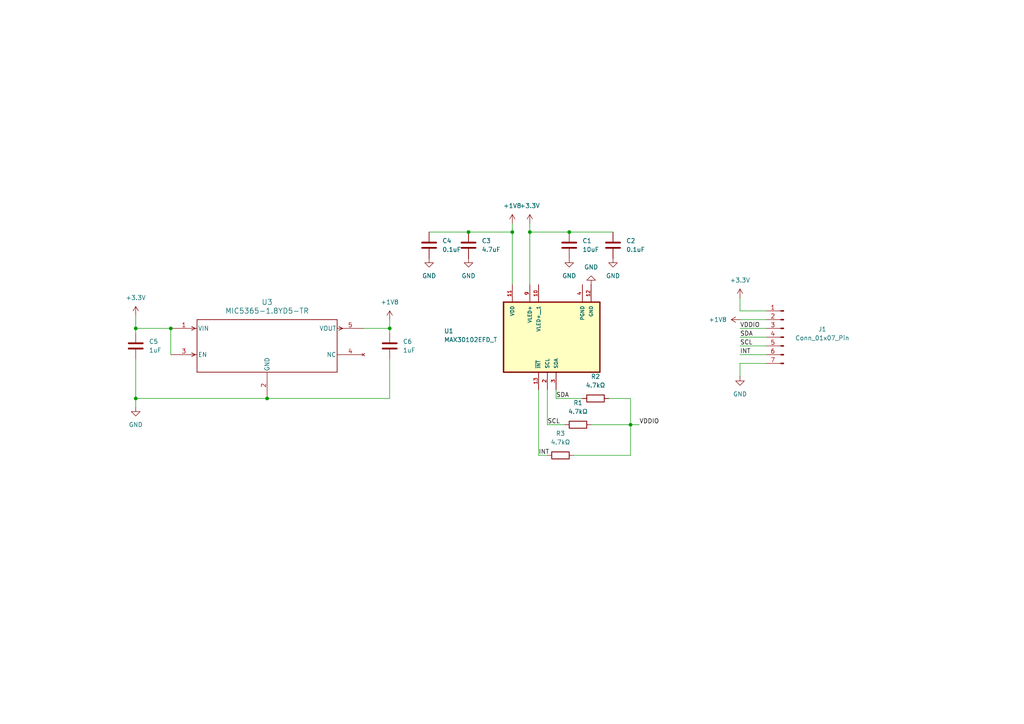
<source format=kicad_sch>
(kicad_sch (version 20250114) (generator "eeschema") (generator_version "9.0")
  (paper "A4")
  (title_block (title "sensor_ppg v1.0_Lucia Shen") (date "2026-02-04"))
  (lib_symbols
    (symbol "Connector:Conn_01x07_Pin" (pin_names (offset 1.016) (hide yes))
      (property "Reference" "J1" (at 16.256 2.286 0))
      (property "Value" "Conn_01x07_Pin" (at 16.256 -0.254 0))
      (symbol "Conn_01x07_Pin_1_1"
        (polyline (pts (xy 3.81 7.62) (xy 4.2164 7.62)) (stroke (width 0.1524)))
        (polyline (pts (xy 3.81 5.08) (xy 4.2164 5.08)) (stroke (width 0.1524)))
        (polyline (pts (xy 3.81 2.54) (xy 4.2164 2.54)) (stroke (width 0.1524)))
        (polyline (pts (xy 3.81 0) (xy 4.2164 0)) (stroke (width 0.1524)))
        (polyline (pts (xy 3.81 -2.54) (xy 4.2164 -2.54)) (stroke (width 0.1524)))
        (polyline (pts (xy 3.81 -5.08) (xy 4.2164 -5.08)) (stroke (width 0.1524)))
        (polyline (pts (xy 3.81 -7.62) (xy 4.2164 -7.62)) (stroke (width 0.1524)))
        (rectangle (start 4.2164 7.747) (end 5.08 7.493) (stroke (width 0.1524)) (fill (type outline)))
        (rectangle (start 4.2164 5.207) (end 5.08 4.953) (stroke (width 0.1524)) (fill (type outline)))
        (rectangle (start 4.2164 2.667) (end 5.08 2.413) (stroke (width 0.1524)) (fill (type outline)))
        (rectangle (start 4.2164 0.127) (end 5.08 -0.127) (stroke (width 0.1524)) (fill (type outline)))
        (rectangle (start 4.2164 -2.413) (end 5.08 -2.667) (stroke (width 0.1524)) (fill (type outline)))
        (rectangle (start 4.2164 -4.953) (end 5.08 -5.207) (stroke (width 0.1524)) (fill (type outline)))
        (rectangle (start 4.2164 -7.493) (end 5.08 -7.747) (stroke (width 0.1524)) (fill (type outline)))
        (pin passive line (at 0 7.62 0) (length 3.81) (name "Pin_1") (number "1"))
        (pin passive line (at 0 5.08 0) (length 3.81) (name "Pin_2") (number "2"))
        (pin passive line (at 0 2.54 0) (length 3.81) (name "Pin_3") (number "3"))
        (pin passive line (at 0 0 0) (length 3.81) (name "Pin_4") (number "4"))
        (pin passive line (at 0 -2.54 0) (length 3.81) (name "Pin_5") (number "5"))
        (pin passive line (at 0 -5.08 0) (length 3.81) (name "Pin_6") (number "6"))
        (pin passive line (at 0 -7.62 0) (length 3.81) (name "Pin_7") (number "7"))
      )
    )
    (symbol "Device:C" (pin_numbers (hide yes)) (pin_names (offset 0.254))
      (property "Reference" "C" (at 0.635 2.54 0))
      (property "Value" "C" (at 0.635 -2.54 0))
      (symbol "C_0_1"
        (polyline (pts (xy -2.032 0.762) (xy 2.032 0.762)) (stroke (width 0.508)))
        (polyline (pts (xy -2.032 -0.762) (xy 2.032 -0.762)) (stroke (width 0.508)))
      )
      (symbol "C_1_1"
        (pin passive line (at 0 3.81 270) (length 2.794) (name "~") (number "1"))
        (pin passive line (at 0 -3.81 90) (length 2.794) (name "~") (number "2"))
      )
    )
    (symbol "Device:R" (pin_numbers (hide yes)) (pin_names (offset 0))
      (property "Reference" "R" (at 2.032 0 90))
      (property "Value" "R" (at 0 0 90))
      (symbol "R_0_1"
        (rectangle (start -1.016 -2.54) (end 1.016 2.54) (stroke (width 0.254)))
      )
      (symbol "R_1_1"
        (pin passive line (at 0 3.81 270) (length 1.27) (name "~") (number "1"))
        (pin passive line (at 0 -3.81 90) (length 1.27) (name "~") (number "2"))
      )
    )
    (symbol "MAX30102EFD_T:MAX30102EFD_T" (pin_names (offset 1.016))
      (property "Reference" "U1" (at 0 17.78 0))
      (property "Value" "MAX30102EFD_T" (at 0 15.24 0))
      (symbol "MAX30102EFD_T_0_0"
        (rectangle (start -10.16 -15.24) (end 10.16 12.7) (stroke (width 0.41)) (fill (type background)))
        (pin input line (at -15.24 2.54 0) (length 5.08) (name "~{INT}") (number "13"))
        (pin bidirectional line (at -15.24 -2.54 0) (length 5.08) (name "SDA") (number "3"))
        (pin power_in line (at 15.24 10.16 180) (length 5.08) (name "VDD") (number "11"))
        (pin power_in line (at 15.24 5.08 180) (length 5.08) (name "VLED+") (number "9"))
        (pin power_in line (at 15.24 2.54 180) (length 5.08) (name "VLED+__1") (number "10"))
        (pin power_in line (at 15.24 -10.16 180) (length 5.08) (name "PGND") (number "4"))
        (pin power_in line (at 15.24 -12.7 180) (length 5.08) (name "GND") (number "12"))
      )
      (symbol "MAX30102EFD_T_1_0"
        (pin input line (at -15.24 0 0) (length 5.08) (name "SCL") (number "2"))
      )
    )
    (symbol "MIC5365_1_8YD5_TR:MIC5365-1.8YD5-TR" (pin_names (offset 0.254))
      (property "Reference" "U3" (at 27.94 10.16 0))
      (property "Value" "MIC5365-1.8YD5-TR" (at 27.94 7.62 0))
      (symbol "MIC5365-1.8YD5-TR_0_1"
        (polyline (pts (xy 7.0993 2.54) (xy 6.0579 3.0607)) (stroke (width 0.2032)))
        (polyline (pts (xy 7.0993 2.54) (xy 6.0579 2.0193)) (stroke (width 0.2032)))
        (polyline (pts (xy 7.0993 -5.08) (xy 6.0579 -4.5593)) (stroke (width 0.2032)))
        (polyline (pts (xy 7.0993 -5.08) (xy 6.0579 -5.6007)) (stroke (width 0.2032)))
        (polyline (pts (xy 7.62 5.08) (xy 7.62 -10.16)) (stroke (width 0.2032)))
        (polyline (pts (xy 7.62 -10.16) (xy 48.26 -10.16)) (stroke (width 0.2032)))
        (polyline (pts (xy 48.26 5.08) (xy 7.62 5.08)) (stroke (width 0.2032)))
        (polyline (pts (xy 48.26 -10.16) (xy 48.26 5.08)) (stroke (width 0.2032)))
        (polyline (pts (xy 48.7807 3.0607) (xy 49.8221 2.54)) (stroke (width 0.2032)))
        (polyline (pts (xy 48.7807 2.0193) (xy 49.8221 2.54)) (stroke (width 0.2032)))
        (pin input line (at 0 2.54 0) (length 7.62) (name "VIN") (number "1"))
        (pin input line (at 0 -5.08 0) (length 7.62) (name "EN") (number "3"))
        (pin power_in line (at 27.94 -17.78 90) (length 7.62) (name "GND") (number "2"))
        (pin output line (at 55.88 2.54 180) (length 7.62) (name "VOUT") (number "5"))
        (pin no_connect line (at 55.88 -5.08 180) (length 7.62) (name "NC") (number "4"))
      )
    )
    (symbol "power:+1V8" (power) (pin_numbers (hide yes)) (pin_names (offset 0) (hide yes))
      (property "Value" "+1V8" (at 0 3.556 0))
      (symbol "+1V8_0_1"
        (polyline (pts (xy -0.762 1.27) (xy 0 2.54)))
        (polyline (pts (xy 0 2.54) (xy 0.762 1.27)))
        (polyline (pts (xy 0 0) (xy 0 2.54)))
      )
      (symbol "+1V8_1_1"
        (pin power_in line (at 0 0 90) (length 0) (name "~") (number "1"))
      )
    )
    (symbol "power:+3.3V" (power) (pin_numbers (hide yes)) (pin_names (offset 0) (hide yes))
      (property "Value" "+3.3V" (at 0 3.556 0))
      (symbol "+3.3V_0_1"
        (polyline (pts (xy -0.762 1.27) (xy 0 2.54)))
        (polyline (pts (xy 0 2.54) (xy 0.762 1.27)))
        (polyline (pts (xy 0 0) (xy 0 2.54)))
      )
      (symbol "+3.3V_1_1"
        (pin power_in line (at 0 0 90) (length 0) (name "~") (number "1"))
      )
    )
    (symbol "power:GND" (power) (pin_numbers (hide yes)) (pin_names (offset 0) (hide yes))
      (property "Value" "GND" (at 0 -3.81 0))
      (symbol "GND_0_1"
        (polyline (pts (xy 0 0) (xy 0 -1.27) (xy 1.27 -1.27) (xy 0 -2.54) (xy -1.27 -1.27) (xy 0 -1.27)))
      )
      (symbol "GND_1_1"
        (pin power_in line (at 0 0 270) (length 0) (name "~") (number "1"))
      )
    )
  )
  (junction (at 113.03 95.25))
  (junction (at 77.47 115.57))
  (junction (at 39.37 115.57))
  (junction (at 148.59 67.31))
  (junction (at 135.89 67.31))
  (junction (at 39.37 95.25))
  (junction (at 153.67 67.31))
  (junction (at 182.88 123.19))
  (junction (at 165.1 67.31))
  (junction (at 49.53 95.25))
  (wire (pts (xy 214.63 97.79) (xy 222.25 97.79)))
  (wire (pts (xy 39.37 91.44) (xy 39.37 95.25)))
  (wire (pts (xy 214.63 86.36) (xy 214.63 90.17)))
  (wire (pts (xy 113.03 115.57) (xy 77.47 115.57)))
  (wire (pts (xy 171.45 123.19) (xy 182.88 123.19)))
  (wire (pts (xy 165.1 67.31) (xy 177.8 67.31)))
  (wire (pts (xy 161.29 115.57) (xy 168.91 115.57)))
  (wire (pts (xy 39.37 115.57) (xy 77.47 115.57)))
  (wire (pts (xy 156.21 132.08) (xy 158.75 132.08)))
  (wire (pts (xy 113.03 104.14) (xy 113.03 115.57)))
  (wire (pts (xy 153.67 82.55) (xy 153.67 67.31)))
  (wire (pts (xy 148.59 82.55) (xy 148.59 67.31)))
  (wire (pts (xy 185.42 123.19) (xy 182.88 123.19)))
  (wire (pts (xy 156.21 113.03) (xy 156.21 132.08)))
  (wire (pts (xy 222.25 90.17) (xy 214.63 90.17)))
  (wire (pts (xy 105.41 95.25) (xy 113.03 95.25)))
  (wire (pts (xy 214.63 100.33) (xy 222.25 100.33)))
  (wire (pts (xy 153.67 64.77) (xy 153.67 67.31)))
  (wire (pts (xy 135.89 67.31) (xy 148.59 67.31)))
  (wire (pts (xy 49.53 95.25) (xy 39.37 95.25)))
  (wire (pts (xy 176.53 115.57) (xy 182.88 115.57)))
  (wire (pts (xy 113.03 95.25) (xy 113.03 96.52)))
  (wire (pts (xy 39.37 95.25) (xy 39.37 96.52)))
  (wire (pts (xy 49.53 95.25) (xy 49.53 102.87)))
  (wire (pts (xy 222.25 105.41) (xy 214.63 105.41)))
  (wire (pts (xy 182.88 115.57) (xy 182.88 123.19)))
  (wire (pts (xy 214.63 92.71) (xy 222.25 92.71)))
  (wire (pts (xy 113.03 92.71) (xy 113.03 95.25)))
  (wire (pts (xy 158.75 113.03) (xy 158.75 123.19)))
  (wire (pts (xy 158.75 123.19) (xy 163.83 123.19)))
  (wire (pts (xy 214.63 105.41) (xy 214.63 109.22)))
  (wire (pts (xy 148.59 64.77) (xy 148.59 67.31)))
  (wire (pts (xy 214.63 102.87) (xy 222.25 102.87)))
  (wire (pts (xy 39.37 104.14) (xy 39.37 115.57)))
  (wire (pts (xy 161.29 113.03) (xy 161.29 115.57)))
  (wire (pts (xy 153.67 67.31) (xy 165.1 67.31)))
  (wire (pts (xy 166.37 132.08) (xy 182.88 132.08)))
  (wire (pts (xy 182.88 123.19) (xy 182.88 132.08)))
  (wire (pts (xy 214.63 95.25) (xy 222.25 95.25)))
  (wire (pts (xy 39.37 118.11) (xy 39.37 115.57)))
  (wire (pts (xy 124.46 67.31) (xy 135.89 67.31)))
  (label "SCL" (at 158.75 123.19 0))
  (label "VDDIO" (at 185.42 123.19 0))
  (label "INT" (at 156.21 132.08 0))
  (label "VDDIO" (at 214.63 95.25 0))
  (label "SDA" (at 161.29 115.57 0))
  (label "SCL" (at 214.63 100.33 0))
  (label "INT" (at 214.63 102.87 0))
  (label "SDA" (at 214.63 97.79 0))
  (symbol (lib_id "Device:R") (at 167.64 123.19 90) (unit 1)
    (property "Reference" "R1" (at 167.64 116.84 90))
    (property "Value" "4.7kΩ" (at 167.64 119.38 90))
    (property "Footprint" "Resistor_SMD:R_0603_1608Metric_Pad0.98x0.95mm_HandSolder" (effects (hide yes)))
    (property "Description" "Resistor" (effects (hide yes)))
  )
  (symbol (lib_id "Device:C") (at 124.46 71.12 0) (unit 1)
    (property "Reference" "C4" (at 128.27 69.8499 0) (effects (justify left)))
    (property "Value" "0.1uF" (at 128.27 72.3899 0) (effects (justify left)))
    (property "Footprint" "Capacitor_SMD:C_0603_1608Metric_Pad1.08x0.95mm_HandSolder" (effects (hide yes)))
    (property "Description" "Unpolarized capacitor" (effects (hide yes)))
  )
  (symbol (lib_id "power:GND") (at 39.37 118.11 0) (unit 1)
    (property "Reference" "#PWR016" (effects (hide yes)))
    (property "Value" "GND" (at 39.37 123.19 0))
    (property "Description" "Power symbol creates a global label with name \"GND\" , ground" (effects (hide yes)))
  )
  (symbol (lib_id "power:GND") (at 214.63 109.22 0) (unit 1)
    (property "Reference" "#PWR010" (effects (hide yes)))
    (property "Value" "GND" (at 214.63 114.3 0))
    (property "Description" "Power symbol creates a global label with name \"GND\" , ground" (effects (hide yes)))
  )
  (symbol (lib_id "power:+1V8") (at 148.59 64.77 0) (unit 1)
    (property "Reference" "#PWR012" (effects (hide yes)))
    (property "Value" "+1V8" (at 148.59 59.69 0))
    (property "Description" "Power symbol creates a global label with name \"+1V8\"" (effects (hide yes)))
  )
  (symbol (lib_id "power:+3.3V") (at 39.37 91.44 0) (unit 1)
    (property "Reference" "#PWR015" (effects (hide yes)))
    (property "Value" "+3.3V" (at 39.37 86.36 0))
    (property "Description" "Power symbol creates a global label with name \"+3.3V\"" (effects (hide yes)))
  )
  (symbol (lib_id "Device:C") (at 165.1 71.12 0) (unit 1)
    (property "Reference" "C1" (at 168.91 69.8499 0) (effects (justify left)))
    (property "Value" "10uF" (at 168.91 72.3899 0) (effects (justify left)))
    (property "Footprint" "Capacitor_SMD:C_0603_1608Metric_Pad1.08x0.95mm_HandSolder" (effects (hide yes)))
    (property "Description" "Unpolarized capacitor" (effects (hide yes)))
  )
  (symbol (lib_id "Device:R") (at 162.56 132.08 90) (unit 1)
    (property "Reference" "R3" (at 162.56 125.73 90))
    (property "Value" "4.7kΩ" (at 162.56 128.27 90))
    (property "Footprint" "Resistor_SMD:R_0603_1608Metric_Pad0.98x0.95mm_HandSolder" (effects (hide yes)))
    (property "Description" "Resistor" (effects (hide yes)))
  )
  (symbol (lib_id "MAX30102EFD_T:MAX30102EFD_T") (at 158.75 97.79 90) (unit 1)
    (property "Reference" "U1" (at 128.778 96.012 90) (effects (justify right)))
    (property "Value" "MAX30102EFD_T" (at 128.778 98.552 90) (effects (justify right)))
    (property "Footprint" "MAX30102EFD_T:XDCR_MAX30101EFD_" (effects (hide yes)))
    (property "MF" "Maxim Integrated" (effects (hide yes)))
    (property "DESCRIPTION" "Max30102efd+t" (effects (hide yes)))
    (property "PACKAGE" "OLGA-14 Maxim" (effects (hide yes)))
    (property "PRICE" "None" (effects (hide yes)))
    (property "MP" "MAX30102EFD+T" (effects (hide yes)))
    (property "AVAILABILITY" "Unavailable" (effects (hide yes)))
  )
  (symbol (lib_id "Connector:Conn_01x07_Pin") (at 222.25 97.79 0) (unit 1)
    (property "Reference" "J1" (at 238.506 95.504 0))
    (property "Value" "Conn_01x07_Pin" (at 238.506 98.044 0))
    (property "Footprint" "Connector_PinSocket_2.54mm:PinSocket_1x07_P2.54mm_Vertical" (effects (hide yes)))
    (property "Description" "Generic connector, single row, 01x07, script generated" (effects (hide yes)))
  )
  (symbol (lib_id "power:GND") (at 177.8 74.93 0) (unit 1)
    (property "Reference" "#PWR02" (effects (hide yes)))
    (property "Value" "GND" (at 177.8 80.01 0))
    (property "Description" "Power symbol creates a global label with name \"GND\" , ground" (effects (hide yes)))
  )
  (symbol (lib_id "Device:R") (at 172.72 115.57 90) (unit 1)
    (property "Reference" "R2" (at 172.72 109.22 90))
    (property "Value" "4.7kΩ" (at 172.72 111.76 90))
    (property "Footprint" "Resistor_SMD:R_0603_1608Metric_Pad0.98x0.95mm_HandSolder" (effects (hide yes)))
    (property "Description" "Resistor" (effects (hide yes)))
  )
  (symbol (lib_id "power:+1V8") (at 214.63 92.71 90) (unit 1)
    (property "Reference" "#PWR013" (effects (hide yes)))
    (property "Value" "+1V8" (at 210.82 92.7099 90) (effects (justify left)))
    (property "Description" "Power symbol creates a global label with name \"+1V8\"" (effects (hide yes)))
  )
  (symbol (lib_id "Device:C") (at 177.8 71.12 0) (unit 1)
    (property "Reference" "C2" (at 181.61 69.8499 0) (effects (justify left)))
    (property "Value" "0.1uF" (at 181.61 72.3899 0) (effects (justify left)))
    (property "Footprint" "Capacitor_SMD:C_0603_1608Metric_Pad1.08x0.95mm_HandSolder" (effects (hide yes)))
    (property "Description" "Unpolarized capacitor" (effects (hide yes)))
  )
  (symbol (lib_id "power:+3.3V") (at 214.63 86.36 0) (unit 1)
    (property "Reference" "#PWR03" (effects (hide yes)))
    (property "Value" "+3.3V" (at 214.63 81.28 0))
    (property "Description" "Power symbol creates a global label with name \"+3.3V\"" (effects (hide yes)))
  )
  (symbol (lib_id "power:GND") (at 124.46 74.93 0) (unit 1)
    (property "Reference" "#PWR05" (effects (hide yes)))
    (property "Value" "GND" (at 124.46 80.01 0))
    (property "Description" "Power symbol creates a global label with name \"GND\" , ground" (effects (hide yes)))
  )
  (symbol (lib_id "Device:C") (at 39.37 100.33 0) (unit 1)
    (property "Reference" "C5" (at 43.18 99.0599 0) (effects (justify left)))
    (property "Value" "1uF" (at 43.18 101.5999 0) (effects (justify left)))
    (property "Footprint" "Capacitor_SMD:C_0603_1608Metric_Pad1.08x0.95mm_HandSolder" (effects (hide yes)))
    (property "Description" "Unpolarized capacitor" (effects (hide yes)))
  )
  (symbol (lib_id "power:+3.3V") (at 153.67 64.77 0) (unit 1)
    (property "Reference" "#PWR08" (effects (hide yes)))
    (property "Value" "+3.3V" (at 153.67 59.69 0))
    (property "Description" "Power symbol creates a global label with name \"+3.3V\"" (effects (hide yes)))
  )
  (symbol (lib_id "MIC5365_1_8YD5_TR:MIC5365-1.8YD5-TR") (at 49.53 97.79 0) (unit 1)
    (property "Reference" "U3" (at 77.47 87.63 0) (effects (font (size 1.524 1.524))))
    (property "Value" "MIC5365-1.8YD5-TR" (at 77.47 90.17 0) (effects (font (size 1.524 1.524))))
    (property "Footprint" "MIC5365_1_8YD5_TR:TSOT-23-5_D5_MCH" (effects (hide yes)))
    (property "Datasheet" "MIC5365-1.8YD5-TR" (effects (hide yes)))
  )
  (symbol (lib_id "power:+1V8") (at 113.03 92.71 0) (unit 1)
    (property "Reference" "#PWR014" (effects (hide yes)))
    (property "Value" "+1V8" (at 113.03 87.63 0))
    (property "Description" "Power symbol creates a global label with name \"+1V8\"" (effects (hide yes)))
  )
  (symbol (lib_id "power:GND") (at 165.1 74.93 0) (unit 1)
    (property "Reference" "#PWR01" (effects (hide yes)))
    (property "Value" "GND" (at 165.1 80.01 0))
    (property "Description" "Power symbol creates a global label with name \"GND\" , ground" (effects (hide yes)))
  )
  (symbol (lib_id "Device:C") (at 113.03 100.33 0) (unit 1)
    (property "Reference" "C6" (at 116.84 99.0599 0) (effects (justify left)))
    (property "Value" "1uF" (at 116.84 101.5999 0) (effects (justify left)))
    (property "Footprint" "Capacitor_SMD:C_0603_1608Metric_Pad1.08x0.95mm_HandSolder" (effects (hide yes)))
    (property "Description" "Unpolarized capacitor" (effects (hide yes)))
  )
  (symbol (lib_id "Device:C") (at 135.89 71.12 0) (unit 1)
    (property "Reference" "C3" (at 139.7 69.8499 0) (effects (justify left)))
    (property "Value" "4.7uF" (at 139.7 72.3899 0) (effects (justify left)))
    (property "Footprint" "Capacitor_SMD:C_0603_1608Metric_Pad1.08x0.95mm_HandSolder" (effects (hide yes)))
    (property "Description" "Unpolarized capacitor" (effects (hide yes)))
  )
  (symbol (lib_id "power:GND") (at 135.89 74.93 0) (unit 1)
    (property "Reference" "#PWR04" (effects (hide yes)))
    (property "Value" "GND" (at 135.89 80.01 0))
    (property "Description" "Power symbol creates a global label with name \"GND\" , ground" (effects (hide yes)))
  )
  (symbol (lib_id "power:GND") (at 171.45 82.55 180) (unit 1)
    (property "Reference" "#PWR07" (effects (hide yes)))
    (property "Value" "GND" (at 171.45 77.47 0))
    (property "Description" "Power symbol creates a global label with name \"GND\" , ground" (effects (hide yes)))
  )
)
</source>
